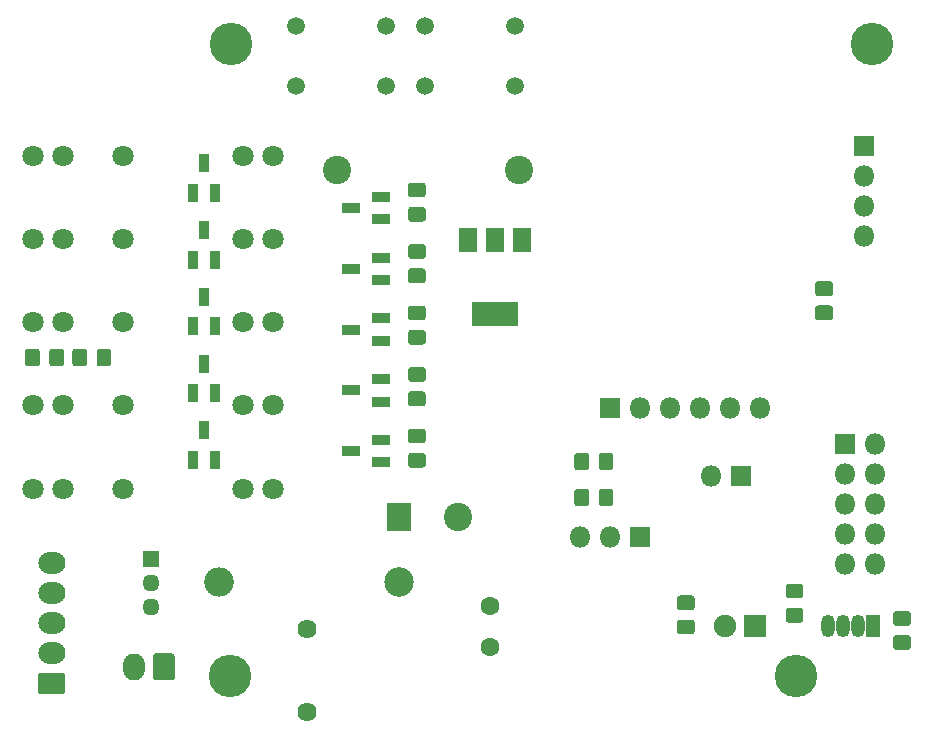
<source format=gbr>
%TF.GenerationSoftware,KiCad,Pcbnew,5.1.5+dfsg1-2build2*%
%TF.CreationDate,2021-01-07T21:04:46-03:00*%
%TF.ProjectId,Punkatoo,50756e6b-6174-46f6-9f2e-6b696361645f,rev?*%
%TF.SameCoordinates,Original*%
%TF.FileFunction,Soldermask,Bot*%
%TF.FilePolarity,Negative*%
%FSLAX46Y46*%
G04 Gerber Fmt 4.6, Leading zero omitted, Abs format (unit mm)*
G04 Created by KiCad (PCBNEW 5.1.5+dfsg1-2build2) date 2021-01-07 21:04:46*
%MOMM*%
%LPD*%
G04 APERTURE LIST*
%ADD10O,1.800000X1.800000*%
%ADD11R,1.800000X1.800000*%
%ADD12C,3.600000*%
%ADD13C,1.497000*%
%ADD14C,1.624000*%
%ADD15O,1.450000X1.450000*%
%ADD16R,1.450000X1.450000*%
%ADD17O,2.500000X2.500000*%
%ADD18C,2.500000*%
%ADD19C,0.100000*%
%ADD20O,2.300000X1.840000*%
%ADD21O,1.840000X2.300000*%
%ADD22C,2.400000*%
%ADD23R,2.100000X2.400000*%
%ADD24C,1.800000*%
%ADD25O,1.170000X1.900000*%
%ADD26R,1.170000X1.900000*%
%ADD27C,1.600000*%
%ADD28R,0.900000X1.600000*%
%ADD29R,1.600000X0.900000*%
%ADD30R,3.900000X2.100000*%
%ADD31R,1.600000X2.100000*%
%ADD32C,1.900000*%
%ADD33R,1.900000X1.900000*%
G04 APERTURE END LIST*
D10*
%TO.C,U2*%
X120210000Y-105172000D03*
X122750000Y-105172000D03*
D11*
X125290000Y-105172000D03*
%TD*%
D12*
%TO.C,REF\002A\002A*%
X90600000Y-117000000D03*
%TD*%
%TO.C,REF\002A\002A*%
X138500000Y-117000000D03*
%TD*%
%TO.C,REF\002A\002A*%
X145000000Y-63500000D03*
%TD*%
%TO.C,REF\002A\002A*%
X90700000Y-63500000D03*
%TD*%
D10*
%TO.C,J6*%
X144300000Y-79720000D03*
X144300000Y-77180000D03*
X144300000Y-74640000D03*
D11*
X144300000Y-72100000D03*
%TD*%
D13*
%TO.C,SW2*%
X103800000Y-61920000D03*
X103800000Y-67000000D03*
X96180000Y-61920000D03*
X96180000Y-67000000D03*
%TD*%
%TO.C,SW1*%
X107100000Y-67000000D03*
X107100000Y-61920000D03*
X114720000Y-67000000D03*
X114720000Y-61920000D03*
%TD*%
D14*
%TO.C,RV1*%
X97100000Y-120000000D03*
X97100000Y-113000000D03*
%TD*%
D15*
%TO.C,C2*%
X83900000Y-111100000D03*
X83900000Y-109100000D03*
D16*
X83900000Y-107100000D03*
%TD*%
D17*
%TO.C,F1*%
X89660000Y-109000000D03*
D18*
X104900000Y-109000000D03*
%TD*%
D19*
%TO.C,JP3*%
G36*
X80304897Y-89251308D02*
G01*
X80331275Y-89255221D01*
X80357143Y-89261701D01*
X80382252Y-89270685D01*
X80406358Y-89282086D01*
X80429232Y-89295796D01*
X80450651Y-89311682D01*
X80470410Y-89329590D01*
X80488318Y-89349349D01*
X80504204Y-89370768D01*
X80517914Y-89393642D01*
X80529315Y-89417748D01*
X80538299Y-89442857D01*
X80544779Y-89468725D01*
X80548692Y-89495103D01*
X80550000Y-89521738D01*
X80550000Y-90478262D01*
X80548692Y-90504897D01*
X80544779Y-90531275D01*
X80538299Y-90557143D01*
X80529315Y-90582252D01*
X80517914Y-90606358D01*
X80504204Y-90629232D01*
X80488318Y-90650651D01*
X80470410Y-90670410D01*
X80450651Y-90688318D01*
X80429232Y-90704204D01*
X80406358Y-90717914D01*
X80382252Y-90729315D01*
X80357143Y-90738299D01*
X80331275Y-90744779D01*
X80304897Y-90748692D01*
X80278262Y-90750000D01*
X79571738Y-90750000D01*
X79545103Y-90748692D01*
X79518725Y-90744779D01*
X79492857Y-90738299D01*
X79467748Y-90729315D01*
X79443642Y-90717914D01*
X79420768Y-90704204D01*
X79399349Y-90688318D01*
X79379590Y-90670410D01*
X79361682Y-90650651D01*
X79345796Y-90629232D01*
X79332086Y-90606358D01*
X79320685Y-90582252D01*
X79311701Y-90557143D01*
X79305221Y-90531275D01*
X79301308Y-90504897D01*
X79300000Y-90478262D01*
X79300000Y-89521738D01*
X79301308Y-89495103D01*
X79305221Y-89468725D01*
X79311701Y-89442857D01*
X79320685Y-89417748D01*
X79332086Y-89393642D01*
X79345796Y-89370768D01*
X79361682Y-89349349D01*
X79379590Y-89329590D01*
X79399349Y-89311682D01*
X79420768Y-89295796D01*
X79443642Y-89282086D01*
X79467748Y-89270685D01*
X79492857Y-89261701D01*
X79518725Y-89255221D01*
X79545103Y-89251308D01*
X79571738Y-89250000D01*
X80278262Y-89250000D01*
X80304897Y-89251308D01*
G37*
G36*
X78254897Y-89251308D02*
G01*
X78281275Y-89255221D01*
X78307143Y-89261701D01*
X78332252Y-89270685D01*
X78356358Y-89282086D01*
X78379232Y-89295796D01*
X78400651Y-89311682D01*
X78420410Y-89329590D01*
X78438318Y-89349349D01*
X78454204Y-89370768D01*
X78467914Y-89393642D01*
X78479315Y-89417748D01*
X78488299Y-89442857D01*
X78494779Y-89468725D01*
X78498692Y-89495103D01*
X78500000Y-89521738D01*
X78500000Y-90478262D01*
X78498692Y-90504897D01*
X78494779Y-90531275D01*
X78488299Y-90557143D01*
X78479315Y-90582252D01*
X78467914Y-90606358D01*
X78454204Y-90629232D01*
X78438318Y-90650651D01*
X78420410Y-90670410D01*
X78400651Y-90688318D01*
X78379232Y-90704204D01*
X78356358Y-90717914D01*
X78332252Y-90729315D01*
X78307143Y-90738299D01*
X78281275Y-90744779D01*
X78254897Y-90748692D01*
X78228262Y-90750000D01*
X77521738Y-90750000D01*
X77495103Y-90748692D01*
X77468725Y-90744779D01*
X77442857Y-90738299D01*
X77417748Y-90729315D01*
X77393642Y-90717914D01*
X77370768Y-90704204D01*
X77349349Y-90688318D01*
X77329590Y-90670410D01*
X77311682Y-90650651D01*
X77295796Y-90629232D01*
X77282086Y-90606358D01*
X77270685Y-90582252D01*
X77261701Y-90557143D01*
X77255221Y-90531275D01*
X77251308Y-90504897D01*
X77250000Y-90478262D01*
X77250000Y-89521738D01*
X77251308Y-89495103D01*
X77255221Y-89468725D01*
X77261701Y-89442857D01*
X77270685Y-89417748D01*
X77282086Y-89393642D01*
X77295796Y-89370768D01*
X77311682Y-89349349D01*
X77329590Y-89329590D01*
X77349349Y-89311682D01*
X77370768Y-89295796D01*
X77393642Y-89282086D01*
X77417748Y-89270685D01*
X77442857Y-89261701D01*
X77468725Y-89255221D01*
X77495103Y-89251308D01*
X77521738Y-89250000D01*
X78228262Y-89250000D01*
X78254897Y-89251308D01*
G37*
%TD*%
%TO.C,JP2*%
G36*
X74254897Y-89251308D02*
G01*
X74281275Y-89255221D01*
X74307143Y-89261701D01*
X74332252Y-89270685D01*
X74356358Y-89282086D01*
X74379232Y-89295796D01*
X74400651Y-89311682D01*
X74420410Y-89329590D01*
X74438318Y-89349349D01*
X74454204Y-89370768D01*
X74467914Y-89393642D01*
X74479315Y-89417748D01*
X74488299Y-89442857D01*
X74494779Y-89468725D01*
X74498692Y-89495103D01*
X74500000Y-89521738D01*
X74500000Y-90478262D01*
X74498692Y-90504897D01*
X74494779Y-90531275D01*
X74488299Y-90557143D01*
X74479315Y-90582252D01*
X74467914Y-90606358D01*
X74454204Y-90629232D01*
X74438318Y-90650651D01*
X74420410Y-90670410D01*
X74400651Y-90688318D01*
X74379232Y-90704204D01*
X74356358Y-90717914D01*
X74332252Y-90729315D01*
X74307143Y-90738299D01*
X74281275Y-90744779D01*
X74254897Y-90748692D01*
X74228262Y-90750000D01*
X73521738Y-90750000D01*
X73495103Y-90748692D01*
X73468725Y-90744779D01*
X73442857Y-90738299D01*
X73417748Y-90729315D01*
X73393642Y-90717914D01*
X73370768Y-90704204D01*
X73349349Y-90688318D01*
X73329590Y-90670410D01*
X73311682Y-90650651D01*
X73295796Y-90629232D01*
X73282086Y-90606358D01*
X73270685Y-90582252D01*
X73261701Y-90557143D01*
X73255221Y-90531275D01*
X73251308Y-90504897D01*
X73250000Y-90478262D01*
X73250000Y-89521738D01*
X73251308Y-89495103D01*
X73255221Y-89468725D01*
X73261701Y-89442857D01*
X73270685Y-89417748D01*
X73282086Y-89393642D01*
X73295796Y-89370768D01*
X73311682Y-89349349D01*
X73329590Y-89329590D01*
X73349349Y-89311682D01*
X73370768Y-89295796D01*
X73393642Y-89282086D01*
X73417748Y-89270685D01*
X73442857Y-89261701D01*
X73468725Y-89255221D01*
X73495103Y-89251308D01*
X73521738Y-89250000D01*
X74228262Y-89250000D01*
X74254897Y-89251308D01*
G37*
G36*
X76304897Y-89251308D02*
G01*
X76331275Y-89255221D01*
X76357143Y-89261701D01*
X76382252Y-89270685D01*
X76406358Y-89282086D01*
X76429232Y-89295796D01*
X76450651Y-89311682D01*
X76470410Y-89329590D01*
X76488318Y-89349349D01*
X76504204Y-89370768D01*
X76517914Y-89393642D01*
X76529315Y-89417748D01*
X76538299Y-89442857D01*
X76544779Y-89468725D01*
X76548692Y-89495103D01*
X76550000Y-89521738D01*
X76550000Y-90478262D01*
X76548692Y-90504897D01*
X76544779Y-90531275D01*
X76538299Y-90557143D01*
X76529315Y-90582252D01*
X76517914Y-90606358D01*
X76504204Y-90629232D01*
X76488318Y-90650651D01*
X76470410Y-90670410D01*
X76450651Y-90688318D01*
X76429232Y-90704204D01*
X76406358Y-90717914D01*
X76382252Y-90729315D01*
X76357143Y-90738299D01*
X76331275Y-90744779D01*
X76304897Y-90748692D01*
X76278262Y-90750000D01*
X75571738Y-90750000D01*
X75545103Y-90748692D01*
X75518725Y-90744779D01*
X75492857Y-90738299D01*
X75467748Y-90729315D01*
X75443642Y-90717914D01*
X75420768Y-90704204D01*
X75399349Y-90688318D01*
X75379590Y-90670410D01*
X75361682Y-90650651D01*
X75345796Y-90629232D01*
X75332086Y-90606358D01*
X75320685Y-90582252D01*
X75311701Y-90557143D01*
X75305221Y-90531275D01*
X75301308Y-90504897D01*
X75300000Y-90478262D01*
X75300000Y-89521738D01*
X75301308Y-89495103D01*
X75305221Y-89468725D01*
X75311701Y-89442857D01*
X75320685Y-89417748D01*
X75332086Y-89393642D01*
X75345796Y-89370768D01*
X75361682Y-89349349D01*
X75379590Y-89329590D01*
X75399349Y-89311682D01*
X75420768Y-89295796D01*
X75443642Y-89282086D01*
X75467748Y-89270685D01*
X75492857Y-89261701D01*
X75518725Y-89255221D01*
X75545103Y-89251308D01*
X75571738Y-89250000D01*
X76278262Y-89250000D01*
X76304897Y-89251308D01*
G37*
%TD*%
%TO.C,J5*%
G36*
X141404897Y-85601308D02*
G01*
X141431275Y-85605221D01*
X141457143Y-85611701D01*
X141482252Y-85620685D01*
X141506358Y-85632086D01*
X141529232Y-85645796D01*
X141550651Y-85661682D01*
X141570410Y-85679590D01*
X141588318Y-85699349D01*
X141604204Y-85720768D01*
X141617914Y-85743642D01*
X141629315Y-85767748D01*
X141638299Y-85792857D01*
X141644779Y-85818725D01*
X141648692Y-85845103D01*
X141650000Y-85871738D01*
X141650000Y-86578262D01*
X141648692Y-86604897D01*
X141644779Y-86631275D01*
X141638299Y-86657143D01*
X141629315Y-86682252D01*
X141617914Y-86706358D01*
X141604204Y-86729232D01*
X141588318Y-86750651D01*
X141570410Y-86770410D01*
X141550651Y-86788318D01*
X141529232Y-86804204D01*
X141506358Y-86817914D01*
X141482252Y-86829315D01*
X141457143Y-86838299D01*
X141431275Y-86844779D01*
X141404897Y-86848692D01*
X141378262Y-86850000D01*
X140421738Y-86850000D01*
X140395103Y-86848692D01*
X140368725Y-86844779D01*
X140342857Y-86838299D01*
X140317748Y-86829315D01*
X140293642Y-86817914D01*
X140270768Y-86804204D01*
X140249349Y-86788318D01*
X140229590Y-86770410D01*
X140211682Y-86750651D01*
X140195796Y-86729232D01*
X140182086Y-86706358D01*
X140170685Y-86682252D01*
X140161701Y-86657143D01*
X140155221Y-86631275D01*
X140151308Y-86604897D01*
X140150000Y-86578262D01*
X140150000Y-85871738D01*
X140151308Y-85845103D01*
X140155221Y-85818725D01*
X140161701Y-85792857D01*
X140170685Y-85767748D01*
X140182086Y-85743642D01*
X140195796Y-85720768D01*
X140211682Y-85699349D01*
X140229590Y-85679590D01*
X140249349Y-85661682D01*
X140270768Y-85645796D01*
X140293642Y-85632086D01*
X140317748Y-85620685D01*
X140342857Y-85611701D01*
X140368725Y-85605221D01*
X140395103Y-85601308D01*
X140421738Y-85600000D01*
X141378262Y-85600000D01*
X141404897Y-85601308D01*
G37*
G36*
X141404897Y-83551308D02*
G01*
X141431275Y-83555221D01*
X141457143Y-83561701D01*
X141482252Y-83570685D01*
X141506358Y-83582086D01*
X141529232Y-83595796D01*
X141550651Y-83611682D01*
X141570410Y-83629590D01*
X141588318Y-83649349D01*
X141604204Y-83670768D01*
X141617914Y-83693642D01*
X141629315Y-83717748D01*
X141638299Y-83742857D01*
X141644779Y-83768725D01*
X141648692Y-83795103D01*
X141650000Y-83821738D01*
X141650000Y-84528262D01*
X141648692Y-84554897D01*
X141644779Y-84581275D01*
X141638299Y-84607143D01*
X141629315Y-84632252D01*
X141617914Y-84656358D01*
X141604204Y-84679232D01*
X141588318Y-84700651D01*
X141570410Y-84720410D01*
X141550651Y-84738318D01*
X141529232Y-84754204D01*
X141506358Y-84767914D01*
X141482252Y-84779315D01*
X141457143Y-84788299D01*
X141431275Y-84794779D01*
X141404897Y-84798692D01*
X141378262Y-84800000D01*
X140421738Y-84800000D01*
X140395103Y-84798692D01*
X140368725Y-84794779D01*
X140342857Y-84788299D01*
X140317748Y-84779315D01*
X140293642Y-84767914D01*
X140270768Y-84754204D01*
X140249349Y-84738318D01*
X140229590Y-84720410D01*
X140211682Y-84700651D01*
X140195796Y-84679232D01*
X140182086Y-84656358D01*
X140170685Y-84632252D01*
X140161701Y-84607143D01*
X140155221Y-84581275D01*
X140151308Y-84554897D01*
X140150000Y-84528262D01*
X140150000Y-83821738D01*
X140151308Y-83795103D01*
X140155221Y-83768725D01*
X140161701Y-83742857D01*
X140170685Y-83717748D01*
X140182086Y-83693642D01*
X140195796Y-83670768D01*
X140211682Y-83649349D01*
X140229590Y-83629590D01*
X140249349Y-83611682D01*
X140270768Y-83595796D01*
X140293642Y-83582086D01*
X140317748Y-83570685D01*
X140342857Y-83561701D01*
X140368725Y-83555221D01*
X140395103Y-83551308D01*
X140421738Y-83550000D01*
X141378262Y-83550000D01*
X141404897Y-83551308D01*
G37*
%TD*%
%TO.C,J4*%
G36*
X148004897Y-111451308D02*
G01*
X148031275Y-111455221D01*
X148057143Y-111461701D01*
X148082252Y-111470685D01*
X148106358Y-111482086D01*
X148129232Y-111495796D01*
X148150651Y-111511682D01*
X148170410Y-111529590D01*
X148188318Y-111549349D01*
X148204204Y-111570768D01*
X148217914Y-111593642D01*
X148229315Y-111617748D01*
X148238299Y-111642857D01*
X148244779Y-111668725D01*
X148248692Y-111695103D01*
X148250000Y-111721738D01*
X148250000Y-112428262D01*
X148248692Y-112454897D01*
X148244779Y-112481275D01*
X148238299Y-112507143D01*
X148229315Y-112532252D01*
X148217914Y-112556358D01*
X148204204Y-112579232D01*
X148188318Y-112600651D01*
X148170410Y-112620410D01*
X148150651Y-112638318D01*
X148129232Y-112654204D01*
X148106358Y-112667914D01*
X148082252Y-112679315D01*
X148057143Y-112688299D01*
X148031275Y-112694779D01*
X148004897Y-112698692D01*
X147978262Y-112700000D01*
X147021738Y-112700000D01*
X146995103Y-112698692D01*
X146968725Y-112694779D01*
X146942857Y-112688299D01*
X146917748Y-112679315D01*
X146893642Y-112667914D01*
X146870768Y-112654204D01*
X146849349Y-112638318D01*
X146829590Y-112620410D01*
X146811682Y-112600651D01*
X146795796Y-112579232D01*
X146782086Y-112556358D01*
X146770685Y-112532252D01*
X146761701Y-112507143D01*
X146755221Y-112481275D01*
X146751308Y-112454897D01*
X146750000Y-112428262D01*
X146750000Y-111721738D01*
X146751308Y-111695103D01*
X146755221Y-111668725D01*
X146761701Y-111642857D01*
X146770685Y-111617748D01*
X146782086Y-111593642D01*
X146795796Y-111570768D01*
X146811682Y-111549349D01*
X146829590Y-111529590D01*
X146849349Y-111511682D01*
X146870768Y-111495796D01*
X146893642Y-111482086D01*
X146917748Y-111470685D01*
X146942857Y-111461701D01*
X146968725Y-111455221D01*
X146995103Y-111451308D01*
X147021738Y-111450000D01*
X147978262Y-111450000D01*
X148004897Y-111451308D01*
G37*
G36*
X148004897Y-113501308D02*
G01*
X148031275Y-113505221D01*
X148057143Y-113511701D01*
X148082252Y-113520685D01*
X148106358Y-113532086D01*
X148129232Y-113545796D01*
X148150651Y-113561682D01*
X148170410Y-113579590D01*
X148188318Y-113599349D01*
X148204204Y-113620768D01*
X148217914Y-113643642D01*
X148229315Y-113667748D01*
X148238299Y-113692857D01*
X148244779Y-113718725D01*
X148248692Y-113745103D01*
X148250000Y-113771738D01*
X148250000Y-114478262D01*
X148248692Y-114504897D01*
X148244779Y-114531275D01*
X148238299Y-114557143D01*
X148229315Y-114582252D01*
X148217914Y-114606358D01*
X148204204Y-114629232D01*
X148188318Y-114650651D01*
X148170410Y-114670410D01*
X148150651Y-114688318D01*
X148129232Y-114704204D01*
X148106358Y-114717914D01*
X148082252Y-114729315D01*
X148057143Y-114738299D01*
X148031275Y-114744779D01*
X148004897Y-114748692D01*
X147978262Y-114750000D01*
X147021738Y-114750000D01*
X146995103Y-114748692D01*
X146968725Y-114744779D01*
X146942857Y-114738299D01*
X146917748Y-114729315D01*
X146893642Y-114717914D01*
X146870768Y-114704204D01*
X146849349Y-114688318D01*
X146829590Y-114670410D01*
X146811682Y-114650651D01*
X146795796Y-114629232D01*
X146782086Y-114606358D01*
X146770685Y-114582252D01*
X146761701Y-114557143D01*
X146755221Y-114531275D01*
X146751308Y-114504897D01*
X146750000Y-114478262D01*
X146750000Y-113771738D01*
X146751308Y-113745103D01*
X146755221Y-113718725D01*
X146761701Y-113692857D01*
X146770685Y-113667748D01*
X146782086Y-113643642D01*
X146795796Y-113620768D01*
X146811682Y-113599349D01*
X146829590Y-113579590D01*
X146849349Y-113561682D01*
X146870768Y-113545796D01*
X146893642Y-113532086D01*
X146917748Y-113520685D01*
X146942857Y-113511701D01*
X146968725Y-113505221D01*
X146995103Y-113501308D01*
X147021738Y-113500000D01*
X147978262Y-113500000D01*
X148004897Y-113501308D01*
G37*
%TD*%
D10*
%TO.C,J2*%
X145240000Y-107460000D03*
X142700000Y-107460000D03*
X145240000Y-104920000D03*
X142700000Y-104920000D03*
X145240000Y-102380000D03*
X142700000Y-102380000D03*
X145240000Y-99840000D03*
X142700000Y-99840000D03*
X145240000Y-97300000D03*
D11*
X142700000Y-97300000D03*
%TD*%
D10*
%TO.C,J3*%
X135450000Y-94250000D03*
X132910000Y-94250000D03*
X130370000Y-94250000D03*
X127830000Y-94250000D03*
X125290000Y-94250000D03*
D11*
X122750000Y-94250000D03*
%TD*%
D20*
%TO.C,J7*%
X75500000Y-107440000D03*
X75500000Y-109980000D03*
X75500000Y-112520000D03*
X75500000Y-115060000D03*
D19*
G36*
X76411545Y-116681273D02*
G01*
X76437208Y-116685080D01*
X76462375Y-116691384D01*
X76486802Y-116700124D01*
X76510255Y-116711216D01*
X76532507Y-116724554D01*
X76553346Y-116740009D01*
X76572569Y-116757431D01*
X76589991Y-116776654D01*
X76605446Y-116797493D01*
X76618784Y-116819745D01*
X76629876Y-116843198D01*
X76638616Y-116867625D01*
X76644920Y-116892792D01*
X76648727Y-116918455D01*
X76650000Y-116944367D01*
X76650000Y-118255633D01*
X76648727Y-118281545D01*
X76644920Y-118307208D01*
X76638616Y-118332375D01*
X76629876Y-118356802D01*
X76618784Y-118380255D01*
X76605446Y-118402507D01*
X76589991Y-118423346D01*
X76572569Y-118442569D01*
X76553346Y-118459991D01*
X76532507Y-118475446D01*
X76510255Y-118488784D01*
X76486802Y-118499876D01*
X76462375Y-118508616D01*
X76437208Y-118514920D01*
X76411545Y-118518727D01*
X76385633Y-118520000D01*
X74614367Y-118520000D01*
X74588455Y-118518727D01*
X74562792Y-118514920D01*
X74537625Y-118508616D01*
X74513198Y-118499876D01*
X74489745Y-118488784D01*
X74467493Y-118475446D01*
X74446654Y-118459991D01*
X74427431Y-118442569D01*
X74410009Y-118423346D01*
X74394554Y-118402507D01*
X74381216Y-118380255D01*
X74370124Y-118356802D01*
X74361384Y-118332375D01*
X74355080Y-118307208D01*
X74351273Y-118281545D01*
X74350000Y-118255633D01*
X74350000Y-116944367D01*
X74351273Y-116918455D01*
X74355080Y-116892792D01*
X74361384Y-116867625D01*
X74370124Y-116843198D01*
X74381216Y-116819745D01*
X74394554Y-116797493D01*
X74410009Y-116776654D01*
X74427431Y-116757431D01*
X74446654Y-116740009D01*
X74467493Y-116724554D01*
X74489745Y-116711216D01*
X74513198Y-116700124D01*
X74537625Y-116691384D01*
X74562792Y-116685080D01*
X74588455Y-116681273D01*
X74614367Y-116680000D01*
X76385633Y-116680000D01*
X76411545Y-116681273D01*
G37*
%TD*%
D21*
%TO.C,J1*%
X82460000Y-116200000D03*
D19*
G36*
X85681545Y-115051273D02*
G01*
X85707208Y-115055080D01*
X85732375Y-115061384D01*
X85756802Y-115070124D01*
X85780255Y-115081216D01*
X85802507Y-115094554D01*
X85823346Y-115110009D01*
X85842569Y-115127431D01*
X85859991Y-115146654D01*
X85875446Y-115167493D01*
X85888784Y-115189745D01*
X85899876Y-115213198D01*
X85908616Y-115237625D01*
X85914920Y-115262792D01*
X85918727Y-115288455D01*
X85920000Y-115314367D01*
X85920000Y-117085633D01*
X85918727Y-117111545D01*
X85914920Y-117137208D01*
X85908616Y-117162375D01*
X85899876Y-117186802D01*
X85888784Y-117210255D01*
X85875446Y-117232507D01*
X85859991Y-117253346D01*
X85842569Y-117272569D01*
X85823346Y-117289991D01*
X85802507Y-117305446D01*
X85780255Y-117318784D01*
X85756802Y-117329876D01*
X85732375Y-117338616D01*
X85707208Y-117344920D01*
X85681545Y-117348727D01*
X85655633Y-117350000D01*
X84344367Y-117350000D01*
X84318455Y-117348727D01*
X84292792Y-117344920D01*
X84267625Y-117338616D01*
X84243198Y-117329876D01*
X84219745Y-117318784D01*
X84197493Y-117305446D01*
X84176654Y-117289991D01*
X84157431Y-117272569D01*
X84140009Y-117253346D01*
X84124554Y-117232507D01*
X84111216Y-117210255D01*
X84100124Y-117186802D01*
X84091384Y-117162375D01*
X84085080Y-117137208D01*
X84081273Y-117111545D01*
X84080000Y-117085633D01*
X84080000Y-115314367D01*
X84081273Y-115288455D01*
X84085080Y-115262792D01*
X84091384Y-115237625D01*
X84100124Y-115213198D01*
X84111216Y-115189745D01*
X84124554Y-115167493D01*
X84140009Y-115146654D01*
X84157431Y-115127431D01*
X84176654Y-115110009D01*
X84197493Y-115094554D01*
X84219745Y-115081216D01*
X84243198Y-115070124D01*
X84267625Y-115061384D01*
X84292792Y-115055080D01*
X84318455Y-115051273D01*
X84344367Y-115050000D01*
X85655633Y-115050000D01*
X85681545Y-115051273D01*
G37*
%TD*%
D22*
%TO.C,PS1*%
X115100000Y-74116000D03*
X109900000Y-103516000D03*
D23*
X104900000Y-103516000D03*
D22*
X99700000Y-74116000D03*
%TD*%
D24*
%TO.C,K5*%
X81532000Y-101103000D03*
X73912000Y-101103000D03*
X91692000Y-101103000D03*
X94232000Y-101103000D03*
X76452000Y-101103000D03*
%TD*%
%TO.C,K4*%
X81532000Y-94054500D03*
X73912000Y-94054500D03*
X91692000Y-94054500D03*
X94232000Y-94054500D03*
X76452000Y-94054500D03*
%TD*%
%TO.C,K3*%
X81532000Y-87006000D03*
X73912000Y-87006000D03*
X91692000Y-87006000D03*
X94232000Y-87006000D03*
X76452000Y-87006000D03*
%TD*%
%TO.C,K2*%
X81532000Y-79957500D03*
X73912000Y-79957500D03*
X91692000Y-79957500D03*
X94232000Y-79957500D03*
X76452000Y-79957500D03*
%TD*%
%TO.C,K1*%
X81532000Y-72909000D03*
X73912000Y-72909000D03*
X91692000Y-72909000D03*
X94232000Y-72909000D03*
X76452000Y-72909000D03*
%TD*%
D25*
%TO.C,D1*%
X141224000Y-112776000D03*
X142494000Y-112776000D03*
X143764000Y-112776000D03*
D26*
X145034000Y-112776000D03*
%TD*%
D19*
%TO.C,R6*%
G36*
X138904897Y-111201308D02*
G01*
X138931275Y-111205221D01*
X138957143Y-111211701D01*
X138982252Y-111220685D01*
X139006358Y-111232086D01*
X139029232Y-111245796D01*
X139050651Y-111261682D01*
X139070410Y-111279590D01*
X139088318Y-111299349D01*
X139104204Y-111320768D01*
X139117914Y-111343642D01*
X139129315Y-111367748D01*
X139138299Y-111392857D01*
X139144779Y-111418725D01*
X139148692Y-111445103D01*
X139150000Y-111471738D01*
X139150000Y-112178262D01*
X139148692Y-112204897D01*
X139144779Y-112231275D01*
X139138299Y-112257143D01*
X139129315Y-112282252D01*
X139117914Y-112306358D01*
X139104204Y-112329232D01*
X139088318Y-112350651D01*
X139070410Y-112370410D01*
X139050651Y-112388318D01*
X139029232Y-112404204D01*
X139006358Y-112417914D01*
X138982252Y-112429315D01*
X138957143Y-112438299D01*
X138931275Y-112444779D01*
X138904897Y-112448692D01*
X138878262Y-112450000D01*
X137921738Y-112450000D01*
X137895103Y-112448692D01*
X137868725Y-112444779D01*
X137842857Y-112438299D01*
X137817748Y-112429315D01*
X137793642Y-112417914D01*
X137770768Y-112404204D01*
X137749349Y-112388318D01*
X137729590Y-112370410D01*
X137711682Y-112350651D01*
X137695796Y-112329232D01*
X137682086Y-112306358D01*
X137670685Y-112282252D01*
X137661701Y-112257143D01*
X137655221Y-112231275D01*
X137651308Y-112204897D01*
X137650000Y-112178262D01*
X137650000Y-111471738D01*
X137651308Y-111445103D01*
X137655221Y-111418725D01*
X137661701Y-111392857D01*
X137670685Y-111367748D01*
X137682086Y-111343642D01*
X137695796Y-111320768D01*
X137711682Y-111299349D01*
X137729590Y-111279590D01*
X137749349Y-111261682D01*
X137770768Y-111245796D01*
X137793642Y-111232086D01*
X137817748Y-111220685D01*
X137842857Y-111211701D01*
X137868725Y-111205221D01*
X137895103Y-111201308D01*
X137921738Y-111200000D01*
X138878262Y-111200000D01*
X138904897Y-111201308D01*
G37*
G36*
X138904897Y-109151308D02*
G01*
X138931275Y-109155221D01*
X138957143Y-109161701D01*
X138982252Y-109170685D01*
X139006358Y-109182086D01*
X139029232Y-109195796D01*
X139050651Y-109211682D01*
X139070410Y-109229590D01*
X139088318Y-109249349D01*
X139104204Y-109270768D01*
X139117914Y-109293642D01*
X139129315Y-109317748D01*
X139138299Y-109342857D01*
X139144779Y-109368725D01*
X139148692Y-109395103D01*
X139150000Y-109421738D01*
X139150000Y-110128262D01*
X139148692Y-110154897D01*
X139144779Y-110181275D01*
X139138299Y-110207143D01*
X139129315Y-110232252D01*
X139117914Y-110256358D01*
X139104204Y-110279232D01*
X139088318Y-110300651D01*
X139070410Y-110320410D01*
X139050651Y-110338318D01*
X139029232Y-110354204D01*
X139006358Y-110367914D01*
X138982252Y-110379315D01*
X138957143Y-110388299D01*
X138931275Y-110394779D01*
X138904897Y-110398692D01*
X138878262Y-110400000D01*
X137921738Y-110400000D01*
X137895103Y-110398692D01*
X137868725Y-110394779D01*
X137842857Y-110388299D01*
X137817748Y-110379315D01*
X137793642Y-110367914D01*
X137770768Y-110354204D01*
X137749349Y-110338318D01*
X137729590Y-110320410D01*
X137711682Y-110300651D01*
X137695796Y-110279232D01*
X137682086Y-110256358D01*
X137670685Y-110232252D01*
X137661701Y-110207143D01*
X137655221Y-110181275D01*
X137651308Y-110154897D01*
X137650000Y-110128262D01*
X137650000Y-109421738D01*
X137651308Y-109395103D01*
X137655221Y-109368725D01*
X137661701Y-109342857D01*
X137670685Y-109317748D01*
X137682086Y-109293642D01*
X137695796Y-109270768D01*
X137711682Y-109249349D01*
X137729590Y-109229590D01*
X137749349Y-109211682D01*
X137770768Y-109195796D01*
X137793642Y-109182086D01*
X137817748Y-109170685D01*
X137842857Y-109161701D01*
X137868725Y-109155221D01*
X137895103Y-109151308D01*
X137921738Y-109150000D01*
X138878262Y-109150000D01*
X138904897Y-109151308D01*
G37*
%TD*%
%TO.C,R7*%
G36*
X129704897Y-112201308D02*
G01*
X129731275Y-112205221D01*
X129757143Y-112211701D01*
X129782252Y-112220685D01*
X129806358Y-112232086D01*
X129829232Y-112245796D01*
X129850651Y-112261682D01*
X129870410Y-112279590D01*
X129888318Y-112299349D01*
X129904204Y-112320768D01*
X129917914Y-112343642D01*
X129929315Y-112367748D01*
X129938299Y-112392857D01*
X129944779Y-112418725D01*
X129948692Y-112445103D01*
X129950000Y-112471738D01*
X129950000Y-113178262D01*
X129948692Y-113204897D01*
X129944779Y-113231275D01*
X129938299Y-113257143D01*
X129929315Y-113282252D01*
X129917914Y-113306358D01*
X129904204Y-113329232D01*
X129888318Y-113350651D01*
X129870410Y-113370410D01*
X129850651Y-113388318D01*
X129829232Y-113404204D01*
X129806358Y-113417914D01*
X129782252Y-113429315D01*
X129757143Y-113438299D01*
X129731275Y-113444779D01*
X129704897Y-113448692D01*
X129678262Y-113450000D01*
X128721738Y-113450000D01*
X128695103Y-113448692D01*
X128668725Y-113444779D01*
X128642857Y-113438299D01*
X128617748Y-113429315D01*
X128593642Y-113417914D01*
X128570768Y-113404204D01*
X128549349Y-113388318D01*
X128529590Y-113370410D01*
X128511682Y-113350651D01*
X128495796Y-113329232D01*
X128482086Y-113306358D01*
X128470685Y-113282252D01*
X128461701Y-113257143D01*
X128455221Y-113231275D01*
X128451308Y-113204897D01*
X128450000Y-113178262D01*
X128450000Y-112471738D01*
X128451308Y-112445103D01*
X128455221Y-112418725D01*
X128461701Y-112392857D01*
X128470685Y-112367748D01*
X128482086Y-112343642D01*
X128495796Y-112320768D01*
X128511682Y-112299349D01*
X128529590Y-112279590D01*
X128549349Y-112261682D01*
X128570768Y-112245796D01*
X128593642Y-112232086D01*
X128617748Y-112220685D01*
X128642857Y-112211701D01*
X128668725Y-112205221D01*
X128695103Y-112201308D01*
X128721738Y-112200000D01*
X129678262Y-112200000D01*
X129704897Y-112201308D01*
G37*
G36*
X129704897Y-110151308D02*
G01*
X129731275Y-110155221D01*
X129757143Y-110161701D01*
X129782252Y-110170685D01*
X129806358Y-110182086D01*
X129829232Y-110195796D01*
X129850651Y-110211682D01*
X129870410Y-110229590D01*
X129888318Y-110249349D01*
X129904204Y-110270768D01*
X129917914Y-110293642D01*
X129929315Y-110317748D01*
X129938299Y-110342857D01*
X129944779Y-110368725D01*
X129948692Y-110395103D01*
X129950000Y-110421738D01*
X129950000Y-111128262D01*
X129948692Y-111154897D01*
X129944779Y-111181275D01*
X129938299Y-111207143D01*
X129929315Y-111232252D01*
X129917914Y-111256358D01*
X129904204Y-111279232D01*
X129888318Y-111300651D01*
X129870410Y-111320410D01*
X129850651Y-111338318D01*
X129829232Y-111354204D01*
X129806358Y-111367914D01*
X129782252Y-111379315D01*
X129757143Y-111388299D01*
X129731275Y-111394779D01*
X129704897Y-111398692D01*
X129678262Y-111400000D01*
X128721738Y-111400000D01*
X128695103Y-111398692D01*
X128668725Y-111394779D01*
X128642857Y-111388299D01*
X128617748Y-111379315D01*
X128593642Y-111367914D01*
X128570768Y-111354204D01*
X128549349Y-111338318D01*
X128529590Y-111320410D01*
X128511682Y-111300651D01*
X128495796Y-111279232D01*
X128482086Y-111256358D01*
X128470685Y-111232252D01*
X128461701Y-111207143D01*
X128455221Y-111181275D01*
X128451308Y-111154897D01*
X128450000Y-111128262D01*
X128450000Y-110421738D01*
X128451308Y-110395103D01*
X128455221Y-110368725D01*
X128461701Y-110342857D01*
X128470685Y-110317748D01*
X128482086Y-110293642D01*
X128495796Y-110270768D01*
X128511682Y-110249349D01*
X128529590Y-110229590D01*
X128549349Y-110211682D01*
X128570768Y-110195796D01*
X128593642Y-110182086D01*
X128617748Y-110170685D01*
X128642857Y-110161701D01*
X128668725Y-110155221D01*
X128695103Y-110151308D01*
X128721738Y-110150000D01*
X129678262Y-110150000D01*
X129704897Y-110151308D01*
G37*
%TD*%
D27*
%TO.C,R1*%
X112630000Y-114476000D03*
X112630000Y-111076000D03*
%TD*%
D28*
%TO.C,Q11*%
X89340000Y-98670000D03*
X87440000Y-98670000D03*
X88390000Y-96170000D03*
%TD*%
D29*
%TO.C,Q4*%
X103356000Y-86691000D03*
X103356000Y-88591000D03*
X100856000Y-87641000D03*
%TD*%
D28*
%TO.C,Q9*%
X89340000Y-87367000D03*
X87440000Y-87367000D03*
X88390000Y-84867000D03*
%TD*%
D29*
%TO.C,Q6*%
X103356000Y-96978000D03*
X103356000Y-98878000D03*
X100856000Y-97928000D03*
%TD*%
%TO.C,Q2*%
X103356000Y-76404000D03*
X103356000Y-78304000D03*
X100856000Y-77354000D03*
%TD*%
D19*
%TO.C,R9*%
G36*
X120766897Y-98057308D02*
G01*
X120793275Y-98061221D01*
X120819143Y-98067701D01*
X120844252Y-98076685D01*
X120868358Y-98088086D01*
X120891232Y-98101796D01*
X120912651Y-98117682D01*
X120932410Y-98135590D01*
X120950318Y-98155349D01*
X120966204Y-98176768D01*
X120979914Y-98199642D01*
X120991315Y-98223748D01*
X121000299Y-98248857D01*
X121006779Y-98274725D01*
X121010692Y-98301103D01*
X121012000Y-98327738D01*
X121012000Y-99284262D01*
X121010692Y-99310897D01*
X121006779Y-99337275D01*
X121000299Y-99363143D01*
X120991315Y-99388252D01*
X120979914Y-99412358D01*
X120966204Y-99435232D01*
X120950318Y-99456651D01*
X120932410Y-99476410D01*
X120912651Y-99494318D01*
X120891232Y-99510204D01*
X120868358Y-99523914D01*
X120844252Y-99535315D01*
X120819143Y-99544299D01*
X120793275Y-99550779D01*
X120766897Y-99554692D01*
X120740262Y-99556000D01*
X120033738Y-99556000D01*
X120007103Y-99554692D01*
X119980725Y-99550779D01*
X119954857Y-99544299D01*
X119929748Y-99535315D01*
X119905642Y-99523914D01*
X119882768Y-99510204D01*
X119861349Y-99494318D01*
X119841590Y-99476410D01*
X119823682Y-99456651D01*
X119807796Y-99435232D01*
X119794086Y-99412358D01*
X119782685Y-99388252D01*
X119773701Y-99363143D01*
X119767221Y-99337275D01*
X119763308Y-99310897D01*
X119762000Y-99284262D01*
X119762000Y-98327738D01*
X119763308Y-98301103D01*
X119767221Y-98274725D01*
X119773701Y-98248857D01*
X119782685Y-98223748D01*
X119794086Y-98199642D01*
X119807796Y-98176768D01*
X119823682Y-98155349D01*
X119841590Y-98135590D01*
X119861349Y-98117682D01*
X119882768Y-98101796D01*
X119905642Y-98088086D01*
X119929748Y-98076685D01*
X119954857Y-98067701D01*
X119980725Y-98061221D01*
X120007103Y-98057308D01*
X120033738Y-98056000D01*
X120740262Y-98056000D01*
X120766897Y-98057308D01*
G37*
G36*
X122816897Y-98057308D02*
G01*
X122843275Y-98061221D01*
X122869143Y-98067701D01*
X122894252Y-98076685D01*
X122918358Y-98088086D01*
X122941232Y-98101796D01*
X122962651Y-98117682D01*
X122982410Y-98135590D01*
X123000318Y-98155349D01*
X123016204Y-98176768D01*
X123029914Y-98199642D01*
X123041315Y-98223748D01*
X123050299Y-98248857D01*
X123056779Y-98274725D01*
X123060692Y-98301103D01*
X123062000Y-98327738D01*
X123062000Y-99284262D01*
X123060692Y-99310897D01*
X123056779Y-99337275D01*
X123050299Y-99363143D01*
X123041315Y-99388252D01*
X123029914Y-99412358D01*
X123016204Y-99435232D01*
X123000318Y-99456651D01*
X122982410Y-99476410D01*
X122962651Y-99494318D01*
X122941232Y-99510204D01*
X122918358Y-99523914D01*
X122894252Y-99535315D01*
X122869143Y-99544299D01*
X122843275Y-99550779D01*
X122816897Y-99554692D01*
X122790262Y-99556000D01*
X122083738Y-99556000D01*
X122057103Y-99554692D01*
X122030725Y-99550779D01*
X122004857Y-99544299D01*
X121979748Y-99535315D01*
X121955642Y-99523914D01*
X121932768Y-99510204D01*
X121911349Y-99494318D01*
X121891590Y-99476410D01*
X121873682Y-99456651D01*
X121857796Y-99435232D01*
X121844086Y-99412358D01*
X121832685Y-99388252D01*
X121823701Y-99363143D01*
X121817221Y-99337275D01*
X121813308Y-99310897D01*
X121812000Y-99284262D01*
X121812000Y-98327738D01*
X121813308Y-98301103D01*
X121817221Y-98274725D01*
X121823701Y-98248857D01*
X121832685Y-98223748D01*
X121844086Y-98199642D01*
X121857796Y-98176768D01*
X121873682Y-98155349D01*
X121891590Y-98135590D01*
X121911349Y-98117682D01*
X121932768Y-98101796D01*
X121955642Y-98088086D01*
X121979748Y-98076685D01*
X122004857Y-98067701D01*
X122030725Y-98061221D01*
X122057103Y-98057308D01*
X122083738Y-98056000D01*
X122790262Y-98056000D01*
X122816897Y-98057308D01*
G37*
%TD*%
D29*
%TO.C,Q3*%
X103356000Y-81547500D03*
X103356000Y-83447500D03*
X100856000Y-82497500D03*
%TD*%
D19*
%TO.C,R11*%
G36*
X106928897Y-80404308D02*
G01*
X106955275Y-80408221D01*
X106981143Y-80414701D01*
X107006252Y-80423685D01*
X107030358Y-80435086D01*
X107053232Y-80448796D01*
X107074651Y-80464682D01*
X107094410Y-80482590D01*
X107112318Y-80502349D01*
X107128204Y-80523768D01*
X107141914Y-80546642D01*
X107153315Y-80570748D01*
X107162299Y-80595857D01*
X107168779Y-80621725D01*
X107172692Y-80648103D01*
X107174000Y-80674738D01*
X107174000Y-81381262D01*
X107172692Y-81407897D01*
X107168779Y-81434275D01*
X107162299Y-81460143D01*
X107153315Y-81485252D01*
X107141914Y-81509358D01*
X107128204Y-81532232D01*
X107112318Y-81553651D01*
X107094410Y-81573410D01*
X107074651Y-81591318D01*
X107053232Y-81607204D01*
X107030358Y-81620914D01*
X107006252Y-81632315D01*
X106981143Y-81641299D01*
X106955275Y-81647779D01*
X106928897Y-81651692D01*
X106902262Y-81653000D01*
X105945738Y-81653000D01*
X105919103Y-81651692D01*
X105892725Y-81647779D01*
X105866857Y-81641299D01*
X105841748Y-81632315D01*
X105817642Y-81620914D01*
X105794768Y-81607204D01*
X105773349Y-81591318D01*
X105753590Y-81573410D01*
X105735682Y-81553651D01*
X105719796Y-81532232D01*
X105706086Y-81509358D01*
X105694685Y-81485252D01*
X105685701Y-81460143D01*
X105679221Y-81434275D01*
X105675308Y-81407897D01*
X105674000Y-81381262D01*
X105674000Y-80674738D01*
X105675308Y-80648103D01*
X105679221Y-80621725D01*
X105685701Y-80595857D01*
X105694685Y-80570748D01*
X105706086Y-80546642D01*
X105719796Y-80523768D01*
X105735682Y-80502349D01*
X105753590Y-80482590D01*
X105773349Y-80464682D01*
X105794768Y-80448796D01*
X105817642Y-80435086D01*
X105841748Y-80423685D01*
X105866857Y-80414701D01*
X105892725Y-80408221D01*
X105919103Y-80404308D01*
X105945738Y-80403000D01*
X106902262Y-80403000D01*
X106928897Y-80404308D01*
G37*
G36*
X106928897Y-82454308D02*
G01*
X106955275Y-82458221D01*
X106981143Y-82464701D01*
X107006252Y-82473685D01*
X107030358Y-82485086D01*
X107053232Y-82498796D01*
X107074651Y-82514682D01*
X107094410Y-82532590D01*
X107112318Y-82552349D01*
X107128204Y-82573768D01*
X107141914Y-82596642D01*
X107153315Y-82620748D01*
X107162299Y-82645857D01*
X107168779Y-82671725D01*
X107172692Y-82698103D01*
X107174000Y-82724738D01*
X107174000Y-83431262D01*
X107172692Y-83457897D01*
X107168779Y-83484275D01*
X107162299Y-83510143D01*
X107153315Y-83535252D01*
X107141914Y-83559358D01*
X107128204Y-83582232D01*
X107112318Y-83603651D01*
X107094410Y-83623410D01*
X107074651Y-83641318D01*
X107053232Y-83657204D01*
X107030358Y-83670914D01*
X107006252Y-83682315D01*
X106981143Y-83691299D01*
X106955275Y-83697779D01*
X106928897Y-83701692D01*
X106902262Y-83703000D01*
X105945738Y-83703000D01*
X105919103Y-83701692D01*
X105892725Y-83697779D01*
X105866857Y-83691299D01*
X105841748Y-83682315D01*
X105817642Y-83670914D01*
X105794768Y-83657204D01*
X105773349Y-83641318D01*
X105753590Y-83623410D01*
X105735682Y-83603651D01*
X105719796Y-83582232D01*
X105706086Y-83559358D01*
X105694685Y-83535252D01*
X105685701Y-83510143D01*
X105679221Y-83484275D01*
X105675308Y-83457897D01*
X105674000Y-83431262D01*
X105674000Y-82724738D01*
X105675308Y-82698103D01*
X105679221Y-82671725D01*
X105685701Y-82645857D01*
X105694685Y-82620748D01*
X105706086Y-82596642D01*
X105719796Y-82573768D01*
X105735682Y-82552349D01*
X105753590Y-82532590D01*
X105773349Y-82514682D01*
X105794768Y-82498796D01*
X105817642Y-82485086D01*
X105841748Y-82473685D01*
X105866857Y-82464701D01*
X105892725Y-82458221D01*
X105919103Y-82454308D01*
X105945738Y-82453000D01*
X106902262Y-82453000D01*
X106928897Y-82454308D01*
G37*
%TD*%
%TO.C,R10*%
G36*
X106928897Y-75197308D02*
G01*
X106955275Y-75201221D01*
X106981143Y-75207701D01*
X107006252Y-75216685D01*
X107030358Y-75228086D01*
X107053232Y-75241796D01*
X107074651Y-75257682D01*
X107094410Y-75275590D01*
X107112318Y-75295349D01*
X107128204Y-75316768D01*
X107141914Y-75339642D01*
X107153315Y-75363748D01*
X107162299Y-75388857D01*
X107168779Y-75414725D01*
X107172692Y-75441103D01*
X107174000Y-75467738D01*
X107174000Y-76174262D01*
X107172692Y-76200897D01*
X107168779Y-76227275D01*
X107162299Y-76253143D01*
X107153315Y-76278252D01*
X107141914Y-76302358D01*
X107128204Y-76325232D01*
X107112318Y-76346651D01*
X107094410Y-76366410D01*
X107074651Y-76384318D01*
X107053232Y-76400204D01*
X107030358Y-76413914D01*
X107006252Y-76425315D01*
X106981143Y-76434299D01*
X106955275Y-76440779D01*
X106928897Y-76444692D01*
X106902262Y-76446000D01*
X105945738Y-76446000D01*
X105919103Y-76444692D01*
X105892725Y-76440779D01*
X105866857Y-76434299D01*
X105841748Y-76425315D01*
X105817642Y-76413914D01*
X105794768Y-76400204D01*
X105773349Y-76384318D01*
X105753590Y-76366410D01*
X105735682Y-76346651D01*
X105719796Y-76325232D01*
X105706086Y-76302358D01*
X105694685Y-76278252D01*
X105685701Y-76253143D01*
X105679221Y-76227275D01*
X105675308Y-76200897D01*
X105674000Y-76174262D01*
X105674000Y-75467738D01*
X105675308Y-75441103D01*
X105679221Y-75414725D01*
X105685701Y-75388857D01*
X105694685Y-75363748D01*
X105706086Y-75339642D01*
X105719796Y-75316768D01*
X105735682Y-75295349D01*
X105753590Y-75275590D01*
X105773349Y-75257682D01*
X105794768Y-75241796D01*
X105817642Y-75228086D01*
X105841748Y-75216685D01*
X105866857Y-75207701D01*
X105892725Y-75201221D01*
X105919103Y-75197308D01*
X105945738Y-75196000D01*
X106902262Y-75196000D01*
X106928897Y-75197308D01*
G37*
G36*
X106928897Y-77247308D02*
G01*
X106955275Y-77251221D01*
X106981143Y-77257701D01*
X107006252Y-77266685D01*
X107030358Y-77278086D01*
X107053232Y-77291796D01*
X107074651Y-77307682D01*
X107094410Y-77325590D01*
X107112318Y-77345349D01*
X107128204Y-77366768D01*
X107141914Y-77389642D01*
X107153315Y-77413748D01*
X107162299Y-77438857D01*
X107168779Y-77464725D01*
X107172692Y-77491103D01*
X107174000Y-77517738D01*
X107174000Y-78224262D01*
X107172692Y-78250897D01*
X107168779Y-78277275D01*
X107162299Y-78303143D01*
X107153315Y-78328252D01*
X107141914Y-78352358D01*
X107128204Y-78375232D01*
X107112318Y-78396651D01*
X107094410Y-78416410D01*
X107074651Y-78434318D01*
X107053232Y-78450204D01*
X107030358Y-78463914D01*
X107006252Y-78475315D01*
X106981143Y-78484299D01*
X106955275Y-78490779D01*
X106928897Y-78494692D01*
X106902262Y-78496000D01*
X105945738Y-78496000D01*
X105919103Y-78494692D01*
X105892725Y-78490779D01*
X105866857Y-78484299D01*
X105841748Y-78475315D01*
X105817642Y-78463914D01*
X105794768Y-78450204D01*
X105773349Y-78434318D01*
X105753590Y-78416410D01*
X105735682Y-78396651D01*
X105719796Y-78375232D01*
X105706086Y-78352358D01*
X105694685Y-78328252D01*
X105685701Y-78303143D01*
X105679221Y-78277275D01*
X105675308Y-78250897D01*
X105674000Y-78224262D01*
X105674000Y-77517738D01*
X105675308Y-77491103D01*
X105679221Y-77464725D01*
X105685701Y-77438857D01*
X105694685Y-77413748D01*
X105706086Y-77389642D01*
X105719796Y-77366768D01*
X105735682Y-77345349D01*
X105753590Y-77325590D01*
X105773349Y-77307682D01*
X105794768Y-77291796D01*
X105817642Y-77278086D01*
X105841748Y-77266685D01*
X105866857Y-77257701D01*
X105892725Y-77251221D01*
X105919103Y-77247308D01*
X105945738Y-77246000D01*
X106902262Y-77246000D01*
X106928897Y-77247308D01*
G37*
%TD*%
D30*
%TO.C,U3*%
X113028000Y-86346000D03*
D31*
X113028000Y-80046000D03*
X115328000Y-80046000D03*
X110728000Y-80046000D03*
%TD*%
D28*
%TO.C,Q8*%
X89340000Y-81715500D03*
X87440000Y-81715500D03*
X88390000Y-79215500D03*
%TD*%
D29*
%TO.C,Q5*%
X103356000Y-91834500D03*
X103356000Y-93734500D03*
X100856000Y-92784500D03*
%TD*%
D19*
%TO.C,R14*%
G36*
X106928897Y-98075308D02*
G01*
X106955275Y-98079221D01*
X106981143Y-98085701D01*
X107006252Y-98094685D01*
X107030358Y-98106086D01*
X107053232Y-98119796D01*
X107074651Y-98135682D01*
X107094410Y-98153590D01*
X107112318Y-98173349D01*
X107128204Y-98194768D01*
X107141914Y-98217642D01*
X107153315Y-98241748D01*
X107162299Y-98266857D01*
X107168779Y-98292725D01*
X107172692Y-98319103D01*
X107174000Y-98345738D01*
X107174000Y-99052262D01*
X107172692Y-99078897D01*
X107168779Y-99105275D01*
X107162299Y-99131143D01*
X107153315Y-99156252D01*
X107141914Y-99180358D01*
X107128204Y-99203232D01*
X107112318Y-99224651D01*
X107094410Y-99244410D01*
X107074651Y-99262318D01*
X107053232Y-99278204D01*
X107030358Y-99291914D01*
X107006252Y-99303315D01*
X106981143Y-99312299D01*
X106955275Y-99318779D01*
X106928897Y-99322692D01*
X106902262Y-99324000D01*
X105945738Y-99324000D01*
X105919103Y-99322692D01*
X105892725Y-99318779D01*
X105866857Y-99312299D01*
X105841748Y-99303315D01*
X105817642Y-99291914D01*
X105794768Y-99278204D01*
X105773349Y-99262318D01*
X105753590Y-99244410D01*
X105735682Y-99224651D01*
X105719796Y-99203232D01*
X105706086Y-99180358D01*
X105694685Y-99156252D01*
X105685701Y-99131143D01*
X105679221Y-99105275D01*
X105675308Y-99078897D01*
X105674000Y-99052262D01*
X105674000Y-98345738D01*
X105675308Y-98319103D01*
X105679221Y-98292725D01*
X105685701Y-98266857D01*
X105694685Y-98241748D01*
X105706086Y-98217642D01*
X105719796Y-98194768D01*
X105735682Y-98173349D01*
X105753590Y-98153590D01*
X105773349Y-98135682D01*
X105794768Y-98119796D01*
X105817642Y-98106086D01*
X105841748Y-98094685D01*
X105866857Y-98085701D01*
X105892725Y-98079221D01*
X105919103Y-98075308D01*
X105945738Y-98074000D01*
X106902262Y-98074000D01*
X106928897Y-98075308D01*
G37*
G36*
X106928897Y-96025308D02*
G01*
X106955275Y-96029221D01*
X106981143Y-96035701D01*
X107006252Y-96044685D01*
X107030358Y-96056086D01*
X107053232Y-96069796D01*
X107074651Y-96085682D01*
X107094410Y-96103590D01*
X107112318Y-96123349D01*
X107128204Y-96144768D01*
X107141914Y-96167642D01*
X107153315Y-96191748D01*
X107162299Y-96216857D01*
X107168779Y-96242725D01*
X107172692Y-96269103D01*
X107174000Y-96295738D01*
X107174000Y-97002262D01*
X107172692Y-97028897D01*
X107168779Y-97055275D01*
X107162299Y-97081143D01*
X107153315Y-97106252D01*
X107141914Y-97130358D01*
X107128204Y-97153232D01*
X107112318Y-97174651D01*
X107094410Y-97194410D01*
X107074651Y-97212318D01*
X107053232Y-97228204D01*
X107030358Y-97241914D01*
X107006252Y-97253315D01*
X106981143Y-97262299D01*
X106955275Y-97268779D01*
X106928897Y-97272692D01*
X106902262Y-97274000D01*
X105945738Y-97274000D01*
X105919103Y-97272692D01*
X105892725Y-97268779D01*
X105866857Y-97262299D01*
X105841748Y-97253315D01*
X105817642Y-97241914D01*
X105794768Y-97228204D01*
X105773349Y-97212318D01*
X105753590Y-97194410D01*
X105735682Y-97174651D01*
X105719796Y-97153232D01*
X105706086Y-97130358D01*
X105694685Y-97106252D01*
X105685701Y-97081143D01*
X105679221Y-97055275D01*
X105675308Y-97028897D01*
X105674000Y-97002262D01*
X105674000Y-96295738D01*
X105675308Y-96269103D01*
X105679221Y-96242725D01*
X105685701Y-96216857D01*
X105694685Y-96191748D01*
X105706086Y-96167642D01*
X105719796Y-96144768D01*
X105735682Y-96123349D01*
X105753590Y-96103590D01*
X105773349Y-96085682D01*
X105794768Y-96069796D01*
X105817642Y-96056086D01*
X105841748Y-96044685D01*
X105866857Y-96035701D01*
X105892725Y-96029221D01*
X105919103Y-96025308D01*
X105945738Y-96024000D01*
X106902262Y-96024000D01*
X106928897Y-96025308D01*
G37*
%TD*%
D28*
%TO.C,Q10*%
X89340000Y-93018500D03*
X87440000Y-93018500D03*
X88390000Y-90518500D03*
%TD*%
D19*
%TO.C,C1*%
G36*
X120766897Y-101105308D02*
G01*
X120793275Y-101109221D01*
X120819143Y-101115701D01*
X120844252Y-101124685D01*
X120868358Y-101136086D01*
X120891232Y-101149796D01*
X120912651Y-101165682D01*
X120932410Y-101183590D01*
X120950318Y-101203349D01*
X120966204Y-101224768D01*
X120979914Y-101247642D01*
X120991315Y-101271748D01*
X121000299Y-101296857D01*
X121006779Y-101322725D01*
X121010692Y-101349103D01*
X121012000Y-101375738D01*
X121012000Y-102332262D01*
X121010692Y-102358897D01*
X121006779Y-102385275D01*
X121000299Y-102411143D01*
X120991315Y-102436252D01*
X120979914Y-102460358D01*
X120966204Y-102483232D01*
X120950318Y-102504651D01*
X120932410Y-102524410D01*
X120912651Y-102542318D01*
X120891232Y-102558204D01*
X120868358Y-102571914D01*
X120844252Y-102583315D01*
X120819143Y-102592299D01*
X120793275Y-102598779D01*
X120766897Y-102602692D01*
X120740262Y-102604000D01*
X120033738Y-102604000D01*
X120007103Y-102602692D01*
X119980725Y-102598779D01*
X119954857Y-102592299D01*
X119929748Y-102583315D01*
X119905642Y-102571914D01*
X119882768Y-102558204D01*
X119861349Y-102542318D01*
X119841590Y-102524410D01*
X119823682Y-102504651D01*
X119807796Y-102483232D01*
X119794086Y-102460358D01*
X119782685Y-102436252D01*
X119773701Y-102411143D01*
X119767221Y-102385275D01*
X119763308Y-102358897D01*
X119762000Y-102332262D01*
X119762000Y-101375738D01*
X119763308Y-101349103D01*
X119767221Y-101322725D01*
X119773701Y-101296857D01*
X119782685Y-101271748D01*
X119794086Y-101247642D01*
X119807796Y-101224768D01*
X119823682Y-101203349D01*
X119841590Y-101183590D01*
X119861349Y-101165682D01*
X119882768Y-101149796D01*
X119905642Y-101136086D01*
X119929748Y-101124685D01*
X119954857Y-101115701D01*
X119980725Y-101109221D01*
X120007103Y-101105308D01*
X120033738Y-101104000D01*
X120740262Y-101104000D01*
X120766897Y-101105308D01*
G37*
G36*
X122816897Y-101105308D02*
G01*
X122843275Y-101109221D01*
X122869143Y-101115701D01*
X122894252Y-101124685D01*
X122918358Y-101136086D01*
X122941232Y-101149796D01*
X122962651Y-101165682D01*
X122982410Y-101183590D01*
X123000318Y-101203349D01*
X123016204Y-101224768D01*
X123029914Y-101247642D01*
X123041315Y-101271748D01*
X123050299Y-101296857D01*
X123056779Y-101322725D01*
X123060692Y-101349103D01*
X123062000Y-101375738D01*
X123062000Y-102332262D01*
X123060692Y-102358897D01*
X123056779Y-102385275D01*
X123050299Y-102411143D01*
X123041315Y-102436252D01*
X123029914Y-102460358D01*
X123016204Y-102483232D01*
X123000318Y-102504651D01*
X122982410Y-102524410D01*
X122962651Y-102542318D01*
X122941232Y-102558204D01*
X122918358Y-102571914D01*
X122894252Y-102583315D01*
X122869143Y-102592299D01*
X122843275Y-102598779D01*
X122816897Y-102602692D01*
X122790262Y-102604000D01*
X122083738Y-102604000D01*
X122057103Y-102602692D01*
X122030725Y-102598779D01*
X122004857Y-102592299D01*
X121979748Y-102583315D01*
X121955642Y-102571914D01*
X121932768Y-102558204D01*
X121911349Y-102542318D01*
X121891590Y-102524410D01*
X121873682Y-102504651D01*
X121857796Y-102483232D01*
X121844086Y-102460358D01*
X121832685Y-102436252D01*
X121823701Y-102411143D01*
X121817221Y-102385275D01*
X121813308Y-102358897D01*
X121812000Y-102332262D01*
X121812000Y-101375738D01*
X121813308Y-101349103D01*
X121817221Y-101322725D01*
X121823701Y-101296857D01*
X121832685Y-101271748D01*
X121844086Y-101247642D01*
X121857796Y-101224768D01*
X121873682Y-101203349D01*
X121891590Y-101183590D01*
X121911349Y-101165682D01*
X121932768Y-101149796D01*
X121955642Y-101136086D01*
X121979748Y-101124685D01*
X122004857Y-101115701D01*
X122030725Y-101109221D01*
X122057103Y-101105308D01*
X122083738Y-101104000D01*
X122790262Y-101104000D01*
X122816897Y-101105308D01*
G37*
%TD*%
%TO.C,R12*%
G36*
X106928897Y-85611308D02*
G01*
X106955275Y-85615221D01*
X106981143Y-85621701D01*
X107006252Y-85630685D01*
X107030358Y-85642086D01*
X107053232Y-85655796D01*
X107074651Y-85671682D01*
X107094410Y-85689590D01*
X107112318Y-85709349D01*
X107128204Y-85730768D01*
X107141914Y-85753642D01*
X107153315Y-85777748D01*
X107162299Y-85802857D01*
X107168779Y-85828725D01*
X107172692Y-85855103D01*
X107174000Y-85881738D01*
X107174000Y-86588262D01*
X107172692Y-86614897D01*
X107168779Y-86641275D01*
X107162299Y-86667143D01*
X107153315Y-86692252D01*
X107141914Y-86716358D01*
X107128204Y-86739232D01*
X107112318Y-86760651D01*
X107094410Y-86780410D01*
X107074651Y-86798318D01*
X107053232Y-86814204D01*
X107030358Y-86827914D01*
X107006252Y-86839315D01*
X106981143Y-86848299D01*
X106955275Y-86854779D01*
X106928897Y-86858692D01*
X106902262Y-86860000D01*
X105945738Y-86860000D01*
X105919103Y-86858692D01*
X105892725Y-86854779D01*
X105866857Y-86848299D01*
X105841748Y-86839315D01*
X105817642Y-86827914D01*
X105794768Y-86814204D01*
X105773349Y-86798318D01*
X105753590Y-86780410D01*
X105735682Y-86760651D01*
X105719796Y-86739232D01*
X105706086Y-86716358D01*
X105694685Y-86692252D01*
X105685701Y-86667143D01*
X105679221Y-86641275D01*
X105675308Y-86614897D01*
X105674000Y-86588262D01*
X105674000Y-85881738D01*
X105675308Y-85855103D01*
X105679221Y-85828725D01*
X105685701Y-85802857D01*
X105694685Y-85777748D01*
X105706086Y-85753642D01*
X105719796Y-85730768D01*
X105735682Y-85709349D01*
X105753590Y-85689590D01*
X105773349Y-85671682D01*
X105794768Y-85655796D01*
X105817642Y-85642086D01*
X105841748Y-85630685D01*
X105866857Y-85621701D01*
X105892725Y-85615221D01*
X105919103Y-85611308D01*
X105945738Y-85610000D01*
X106902262Y-85610000D01*
X106928897Y-85611308D01*
G37*
G36*
X106928897Y-87661308D02*
G01*
X106955275Y-87665221D01*
X106981143Y-87671701D01*
X107006252Y-87680685D01*
X107030358Y-87692086D01*
X107053232Y-87705796D01*
X107074651Y-87721682D01*
X107094410Y-87739590D01*
X107112318Y-87759349D01*
X107128204Y-87780768D01*
X107141914Y-87803642D01*
X107153315Y-87827748D01*
X107162299Y-87852857D01*
X107168779Y-87878725D01*
X107172692Y-87905103D01*
X107174000Y-87931738D01*
X107174000Y-88638262D01*
X107172692Y-88664897D01*
X107168779Y-88691275D01*
X107162299Y-88717143D01*
X107153315Y-88742252D01*
X107141914Y-88766358D01*
X107128204Y-88789232D01*
X107112318Y-88810651D01*
X107094410Y-88830410D01*
X107074651Y-88848318D01*
X107053232Y-88864204D01*
X107030358Y-88877914D01*
X107006252Y-88889315D01*
X106981143Y-88898299D01*
X106955275Y-88904779D01*
X106928897Y-88908692D01*
X106902262Y-88910000D01*
X105945738Y-88910000D01*
X105919103Y-88908692D01*
X105892725Y-88904779D01*
X105866857Y-88898299D01*
X105841748Y-88889315D01*
X105817642Y-88877914D01*
X105794768Y-88864204D01*
X105773349Y-88848318D01*
X105753590Y-88830410D01*
X105735682Y-88810651D01*
X105719796Y-88789232D01*
X105706086Y-88766358D01*
X105694685Y-88742252D01*
X105685701Y-88717143D01*
X105679221Y-88691275D01*
X105675308Y-88664897D01*
X105674000Y-88638262D01*
X105674000Y-87931738D01*
X105675308Y-87905103D01*
X105679221Y-87878725D01*
X105685701Y-87852857D01*
X105694685Y-87827748D01*
X105706086Y-87803642D01*
X105719796Y-87780768D01*
X105735682Y-87759349D01*
X105753590Y-87739590D01*
X105773349Y-87721682D01*
X105794768Y-87705796D01*
X105817642Y-87692086D01*
X105841748Y-87680685D01*
X105866857Y-87671701D01*
X105892725Y-87665221D01*
X105919103Y-87661308D01*
X105945738Y-87660000D01*
X106902262Y-87660000D01*
X106928897Y-87661308D01*
G37*
%TD*%
D28*
%TO.C,Q7*%
X89340000Y-76064000D03*
X87440000Y-76064000D03*
X88390000Y-73564000D03*
%TD*%
D19*
%TO.C,R13*%
G36*
X106928897Y-90818308D02*
G01*
X106955275Y-90822221D01*
X106981143Y-90828701D01*
X107006252Y-90837685D01*
X107030358Y-90849086D01*
X107053232Y-90862796D01*
X107074651Y-90878682D01*
X107094410Y-90896590D01*
X107112318Y-90916349D01*
X107128204Y-90937768D01*
X107141914Y-90960642D01*
X107153315Y-90984748D01*
X107162299Y-91009857D01*
X107168779Y-91035725D01*
X107172692Y-91062103D01*
X107174000Y-91088738D01*
X107174000Y-91795262D01*
X107172692Y-91821897D01*
X107168779Y-91848275D01*
X107162299Y-91874143D01*
X107153315Y-91899252D01*
X107141914Y-91923358D01*
X107128204Y-91946232D01*
X107112318Y-91967651D01*
X107094410Y-91987410D01*
X107074651Y-92005318D01*
X107053232Y-92021204D01*
X107030358Y-92034914D01*
X107006252Y-92046315D01*
X106981143Y-92055299D01*
X106955275Y-92061779D01*
X106928897Y-92065692D01*
X106902262Y-92067000D01*
X105945738Y-92067000D01*
X105919103Y-92065692D01*
X105892725Y-92061779D01*
X105866857Y-92055299D01*
X105841748Y-92046315D01*
X105817642Y-92034914D01*
X105794768Y-92021204D01*
X105773349Y-92005318D01*
X105753590Y-91987410D01*
X105735682Y-91967651D01*
X105719796Y-91946232D01*
X105706086Y-91923358D01*
X105694685Y-91899252D01*
X105685701Y-91874143D01*
X105679221Y-91848275D01*
X105675308Y-91821897D01*
X105674000Y-91795262D01*
X105674000Y-91088738D01*
X105675308Y-91062103D01*
X105679221Y-91035725D01*
X105685701Y-91009857D01*
X105694685Y-90984748D01*
X105706086Y-90960642D01*
X105719796Y-90937768D01*
X105735682Y-90916349D01*
X105753590Y-90896590D01*
X105773349Y-90878682D01*
X105794768Y-90862796D01*
X105817642Y-90849086D01*
X105841748Y-90837685D01*
X105866857Y-90828701D01*
X105892725Y-90822221D01*
X105919103Y-90818308D01*
X105945738Y-90817000D01*
X106902262Y-90817000D01*
X106928897Y-90818308D01*
G37*
G36*
X106928897Y-92868308D02*
G01*
X106955275Y-92872221D01*
X106981143Y-92878701D01*
X107006252Y-92887685D01*
X107030358Y-92899086D01*
X107053232Y-92912796D01*
X107074651Y-92928682D01*
X107094410Y-92946590D01*
X107112318Y-92966349D01*
X107128204Y-92987768D01*
X107141914Y-93010642D01*
X107153315Y-93034748D01*
X107162299Y-93059857D01*
X107168779Y-93085725D01*
X107172692Y-93112103D01*
X107174000Y-93138738D01*
X107174000Y-93845262D01*
X107172692Y-93871897D01*
X107168779Y-93898275D01*
X107162299Y-93924143D01*
X107153315Y-93949252D01*
X107141914Y-93973358D01*
X107128204Y-93996232D01*
X107112318Y-94017651D01*
X107094410Y-94037410D01*
X107074651Y-94055318D01*
X107053232Y-94071204D01*
X107030358Y-94084914D01*
X107006252Y-94096315D01*
X106981143Y-94105299D01*
X106955275Y-94111779D01*
X106928897Y-94115692D01*
X106902262Y-94117000D01*
X105945738Y-94117000D01*
X105919103Y-94115692D01*
X105892725Y-94111779D01*
X105866857Y-94105299D01*
X105841748Y-94096315D01*
X105817642Y-94084914D01*
X105794768Y-94071204D01*
X105773349Y-94055318D01*
X105753590Y-94037410D01*
X105735682Y-94017651D01*
X105719796Y-93996232D01*
X105706086Y-93973358D01*
X105694685Y-93949252D01*
X105685701Y-93924143D01*
X105679221Y-93898275D01*
X105675308Y-93871897D01*
X105674000Y-93845262D01*
X105674000Y-93138738D01*
X105675308Y-93112103D01*
X105679221Y-93085725D01*
X105685701Y-93059857D01*
X105694685Y-93034748D01*
X105706086Y-93010642D01*
X105719796Y-92987768D01*
X105735682Y-92966349D01*
X105753590Y-92946590D01*
X105773349Y-92928682D01*
X105794768Y-92912796D01*
X105817642Y-92899086D01*
X105841748Y-92887685D01*
X105866857Y-92878701D01*
X105892725Y-92872221D01*
X105919103Y-92868308D01*
X105945738Y-92867000D01*
X106902262Y-92867000D01*
X106928897Y-92868308D01*
G37*
%TD*%
D32*
%TO.C,D2*%
X132500000Y-112776000D03*
D33*
X135040000Y-112776000D03*
%TD*%
D10*
%TO.C,JP1*%
X131318000Y-100076000D03*
D11*
X133858000Y-100076000D03*
%TD*%
M02*

</source>
